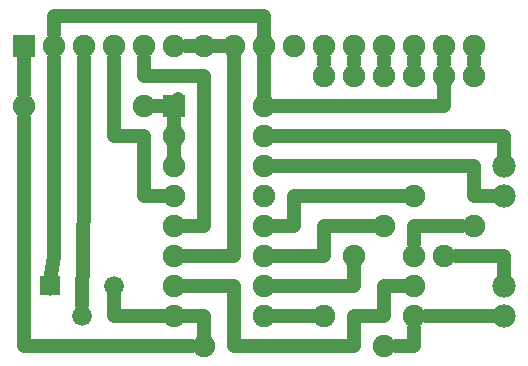
<source format=gbl>
G04 MADE WITH FRITZING*
G04 WWW.FRITZING.ORG*
G04 SINGLE SIDED*
G04 HOLES NOT PLATED*
G04 CONTOUR ON CENTER OF CONTOUR VECTOR*
%ASAXBY*%
%FSLAX23Y23*%
%MOIN*%
%OFA0B0*%
%SFA1.0B1.0*%
%ADD10C,0.075000*%
%ADD11C,0.078000*%
%ADD12C,0.066000*%
%ADD13R,0.075000X0.075000*%
%ADD14C,0.048000*%
%ADD15R,0.001000X0.001000*%
%LNCOPPER0*%
G90*
G70*
G54D10*
X126Y899D03*
X526Y899D03*
X1126Y999D03*
X1126Y199D03*
X1226Y399D03*
X1226Y999D03*
X1326Y499D03*
X1326Y999D03*
X1426Y599D03*
X1426Y999D03*
X1626Y499D03*
X1626Y999D03*
X726Y99D03*
X1326Y99D03*
X1526Y999D03*
X1526Y399D03*
X1426Y199D03*
X1426Y299D03*
X1426Y399D03*
G54D11*
X1726Y299D03*
X1726Y199D03*
X1726Y699D03*
X1726Y599D03*
G54D10*
X126Y1099D03*
X226Y1099D03*
X326Y1099D03*
X426Y1099D03*
X526Y1099D03*
X626Y1099D03*
X726Y1099D03*
X826Y1099D03*
X926Y1099D03*
X1026Y1099D03*
X1126Y1099D03*
X1226Y1099D03*
X1326Y1099D03*
X1426Y1099D03*
X1526Y1099D03*
X1626Y1099D03*
G54D12*
X214Y299D03*
X320Y199D03*
X426Y299D03*
X214Y299D03*
X320Y199D03*
X426Y299D03*
G54D10*
X626Y899D03*
X926Y899D03*
X626Y799D03*
X926Y799D03*
X626Y699D03*
X926Y699D03*
X626Y599D03*
X926Y599D03*
X626Y499D03*
X926Y499D03*
X626Y399D03*
X926Y399D03*
X626Y299D03*
X926Y299D03*
X626Y199D03*
X926Y199D03*
G54D13*
X126Y1099D03*
X626Y899D03*
G54D14*
X126Y939D02*
X126Y1059D01*
D02*
X525Y1000D02*
X526Y1059D01*
D02*
X725Y1000D02*
X525Y1000D01*
D02*
X725Y498D02*
X725Y1000D01*
D02*
X627Y498D02*
X725Y498D01*
D02*
X626Y499D02*
X627Y498D01*
D02*
X966Y799D02*
X1725Y798D01*
D02*
X1725Y798D02*
X1726Y729D01*
D02*
X326Y599D02*
X321Y236D01*
D02*
X326Y1059D02*
X326Y599D01*
D02*
X1726Y399D02*
X1566Y399D01*
D02*
X1726Y340D02*
X1726Y399D01*
D02*
X1126Y1059D02*
X1126Y1039D01*
D02*
X626Y799D02*
X626Y899D01*
D02*
X725Y1099D02*
X666Y1099D01*
D02*
X827Y1099D02*
X725Y1099D01*
D02*
X827Y400D02*
X827Y1099D01*
D02*
X626Y399D02*
X827Y400D01*
D02*
X427Y800D02*
X426Y1059D01*
D02*
X525Y800D02*
X427Y800D01*
D02*
X525Y600D02*
X525Y800D01*
D02*
X626Y599D02*
X525Y600D01*
D02*
X666Y499D02*
X727Y498D01*
D02*
X727Y498D02*
X727Y1000D01*
D02*
X727Y1000D02*
X527Y1000D01*
D02*
X527Y1000D02*
X527Y1059D01*
D02*
X1626Y200D02*
X1466Y199D01*
D02*
X1685Y199D02*
X1626Y200D01*
D02*
X966Y499D02*
X1026Y498D01*
D02*
X1026Y498D02*
X1026Y598D01*
D02*
X1026Y598D02*
X1398Y599D01*
D02*
X827Y99D02*
X1226Y99D01*
D02*
X1226Y99D02*
X1226Y199D01*
D02*
X827Y298D02*
X827Y99D01*
D02*
X1226Y199D02*
X1326Y199D01*
D02*
X655Y299D02*
X827Y298D01*
D02*
X1326Y199D02*
X1326Y298D01*
D02*
X1326Y298D02*
X1398Y299D01*
D02*
X1526Y970D02*
X1526Y900D01*
D02*
X1526Y900D02*
X966Y899D01*
D02*
X1626Y1059D02*
X1626Y1039D01*
D02*
X126Y859D02*
X125Y99D01*
D02*
X125Y99D02*
X686Y99D01*
D02*
X626Y299D02*
X825Y300D01*
D02*
X825Y300D02*
X825Y99D01*
D02*
X825Y99D02*
X1225Y99D01*
D02*
X1225Y99D02*
X1225Y199D01*
D02*
X1225Y199D02*
X1326Y198D01*
D02*
X1326Y198D02*
X1326Y298D01*
D02*
X1326Y298D02*
X1386Y299D01*
D02*
X926Y299D02*
X1026Y300D01*
D02*
X1026Y300D02*
X1225Y300D01*
D02*
X1225Y300D02*
X1226Y359D01*
D02*
X626Y728D02*
X626Y770D01*
D02*
X427Y199D02*
X626Y199D01*
D02*
X426Y262D02*
X427Y199D01*
D02*
X1626Y600D02*
X1685Y599D01*
D02*
X1627Y698D02*
X1626Y600D01*
D02*
X926Y699D02*
X1627Y698D01*
D02*
X827Y398D02*
X827Y1100D01*
D02*
X827Y1100D02*
X666Y1099D01*
D02*
X666Y399D02*
X827Y398D01*
D02*
X1326Y1039D02*
X1326Y1059D01*
D02*
X1527Y899D02*
X1526Y959D01*
D02*
X926Y899D02*
X1527Y899D01*
D02*
X626Y899D02*
X526Y899D01*
D02*
X626Y828D02*
X627Y900D01*
D02*
X627Y900D02*
X641Y923D01*
D02*
X1426Y1059D02*
X1426Y1039D01*
D02*
X926Y1200D02*
X926Y899D01*
D02*
X226Y1200D02*
X926Y1200D01*
D02*
X226Y1139D02*
X226Y1200D01*
D02*
X226Y399D02*
X226Y1059D01*
D02*
X218Y335D02*
X226Y399D01*
D02*
X1098Y199D02*
X1026Y199D01*
D02*
X1026Y199D02*
X955Y199D01*
D02*
X626Y799D02*
X626Y699D01*
D02*
X1226Y1039D02*
X1226Y1059D01*
D02*
X586Y599D02*
X527Y598D01*
D02*
X527Y598D02*
X527Y798D01*
D02*
X527Y798D02*
X427Y798D01*
D02*
X427Y798D02*
X426Y1059D01*
D02*
X927Y1200D02*
X225Y1200D01*
D02*
X225Y1200D02*
X226Y1139D01*
D02*
X926Y939D02*
X927Y1200D01*
D02*
X655Y199D02*
X727Y199D01*
D02*
X727Y199D02*
X726Y128D01*
D02*
X926Y799D02*
X1726Y799D01*
D02*
X1726Y799D02*
X1628Y800D01*
D02*
X1628Y800D02*
X1726Y799D01*
D02*
X1726Y799D02*
X1726Y740D01*
D02*
X1526Y1059D02*
X1526Y1039D01*
D02*
X426Y273D02*
X427Y199D01*
D02*
X427Y199D02*
X598Y199D01*
D02*
X555Y899D02*
X598Y899D01*
D02*
X926Y199D02*
X1126Y199D01*
D02*
X1226Y370D02*
X1226Y298D01*
D02*
X1226Y298D02*
X955Y299D01*
D02*
X966Y699D02*
X1626Y698D01*
D02*
X1626Y698D02*
X1626Y598D01*
D02*
X1626Y598D02*
X1696Y599D01*
D02*
X926Y399D02*
X1127Y399D01*
D02*
X1127Y399D02*
X1126Y498D01*
D02*
X1126Y498D02*
X1286Y499D01*
D02*
X1426Y498D02*
X1586Y499D01*
D02*
X1426Y439D02*
X1426Y498D01*
D02*
X926Y499D02*
X1026Y499D01*
D02*
X1026Y499D02*
X1026Y499D01*
D02*
X1026Y499D02*
X1026Y598D01*
D02*
X1026Y598D02*
X1386Y599D01*
D02*
X1126Y498D02*
X1126Y398D01*
D02*
X1126Y398D02*
X966Y399D01*
D02*
X1298Y499D02*
X1126Y498D01*
D02*
X727Y199D02*
X726Y139D01*
D02*
X626Y199D02*
X727Y199D01*
D02*
X1426Y159D02*
X1426Y99D01*
D02*
X1426Y99D02*
X1366Y99D01*
G54D15*
X181Y333D02*
X246Y333D01*
X181Y332D02*
X246Y332D01*
X181Y331D02*
X246Y331D01*
X181Y330D02*
X246Y330D01*
X181Y329D02*
X246Y329D01*
X181Y328D02*
X246Y328D01*
X181Y327D02*
X246Y327D01*
X181Y326D02*
X246Y326D01*
X181Y325D02*
X246Y325D01*
X181Y324D02*
X246Y324D01*
X181Y323D02*
X246Y323D01*
X181Y322D02*
X246Y322D01*
X181Y321D02*
X246Y321D01*
X181Y320D02*
X246Y320D01*
X181Y319D02*
X246Y319D01*
X181Y318D02*
X246Y318D01*
X181Y317D02*
X246Y317D01*
X181Y316D02*
X246Y316D01*
X181Y315D02*
X246Y315D01*
X181Y314D02*
X208Y314D01*
X219Y314D02*
X246Y314D01*
X181Y313D02*
X206Y313D01*
X221Y313D02*
X246Y313D01*
X181Y312D02*
X205Y312D01*
X223Y312D02*
X246Y312D01*
X181Y311D02*
X203Y311D01*
X224Y311D02*
X246Y311D01*
X181Y310D02*
X202Y310D01*
X225Y310D02*
X246Y310D01*
X181Y309D02*
X202Y309D01*
X226Y309D02*
X246Y309D01*
X181Y308D02*
X201Y308D01*
X226Y308D02*
X246Y308D01*
X181Y307D02*
X200Y307D01*
X227Y307D02*
X246Y307D01*
X181Y306D02*
X200Y306D01*
X227Y306D02*
X246Y306D01*
X181Y305D02*
X199Y305D01*
X228Y305D02*
X246Y305D01*
X181Y304D02*
X199Y304D01*
X228Y304D02*
X246Y304D01*
X181Y303D02*
X199Y303D01*
X228Y303D02*
X246Y303D01*
X181Y302D02*
X199Y302D01*
X228Y302D02*
X246Y302D01*
X181Y301D02*
X199Y301D01*
X229Y301D02*
X246Y301D01*
X181Y300D02*
X199Y300D01*
X229Y300D02*
X246Y300D01*
X181Y299D02*
X199Y299D01*
X228Y299D02*
X246Y299D01*
X181Y298D02*
X199Y298D01*
X228Y298D02*
X246Y298D01*
X181Y297D02*
X199Y297D01*
X228Y297D02*
X246Y297D01*
X181Y296D02*
X199Y296D01*
X228Y296D02*
X246Y296D01*
X181Y295D02*
X200Y295D01*
X228Y295D02*
X246Y295D01*
X181Y294D02*
X200Y294D01*
X227Y294D02*
X246Y294D01*
X181Y293D02*
X201Y293D01*
X227Y293D02*
X246Y293D01*
X181Y292D02*
X201Y292D01*
X226Y292D02*
X246Y292D01*
X181Y291D02*
X202Y291D01*
X225Y291D02*
X246Y291D01*
X181Y290D02*
X203Y290D01*
X224Y290D02*
X246Y290D01*
X181Y289D02*
X204Y289D01*
X223Y289D02*
X246Y289D01*
X181Y288D02*
X206Y288D01*
X222Y288D02*
X246Y288D01*
X181Y287D02*
X207Y287D01*
X220Y287D02*
X246Y287D01*
X181Y286D02*
X211Y286D01*
X216Y286D02*
X246Y286D01*
X181Y285D02*
X246Y285D01*
X181Y284D02*
X246Y284D01*
X181Y283D02*
X246Y283D01*
X181Y282D02*
X246Y282D01*
X181Y281D02*
X246Y281D01*
X181Y280D02*
X246Y280D01*
X181Y279D02*
X246Y279D01*
X181Y278D02*
X246Y278D01*
X181Y277D02*
X246Y277D01*
X181Y276D02*
X246Y276D01*
X181Y275D02*
X246Y275D01*
X181Y274D02*
X246Y274D01*
X181Y273D02*
X246Y273D01*
X181Y272D02*
X246Y272D01*
X181Y271D02*
X246Y271D01*
X181Y270D02*
X246Y270D01*
X181Y269D02*
X246Y269D01*
X181Y268D02*
X246Y268D01*
D02*
G04 End of Copper0*
M02*
</source>
